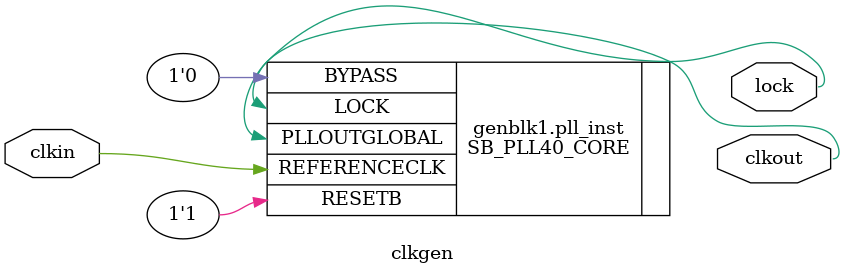
<source format=v>
module clkgen(
	   input clkin,
	   output clkout,
	   output lock
);

   parameter INCLOCK_FREQ = 12000000;
   parameter OUTCLOCK_FREQ = 24000000;

   localparam r_bits = 4;
   localparam f_bits = 7;
   localparam q_bits = 3;

   localparam rfq = compute_divisors(INCLOCK_FREQ, OUTCLOCK_FREQ);
   localparam r = rfq[(q_bits+f_bits) +: r_bits];
   localparam f = rfq[q_bits +: f_bits];
   localparam q = rfq[0 +: q_bits];

   function integer gcd;
      input integer a;
      input integer b;
      integer       t;
      begin
         while (b != 0) begin
            t = b;
            b = a % b;
            a = t;
         end;
         gcd = a;
      end
   endfunction // gcd

   function integer pack_rfq;
      input integer r;
      input integer f;
      input integer q;
      begin
         pack_rfq = {r[0 +: r_bits], f[0 +: f_bits], q[0 +: q_bits]};
      end
   endfunction // pack_rfq

   function integer compute_divisors;
      input integer f_ref;
      input integer f_out;
      integer       g;
      integer       r;
      integer       f;
      integer       q;
      begin
         g = gcd(f_ref, f_out);
         r = f_ref / g;
         f = f_out / g;
	 q = 3;
	 while (q > 0 && f_out > f_ref) begin
	    q = q - 1;
	    f_ref = f_ref * 2;
	 end
	 if (r < 1 || r > 16 || f < 1 || f > 64)
	   compute_divisors = -1;
	 else
           compute_divisors = pack_rfq(r-1, f-1, q);
      end
   endfunction // compute_divisors

   generate
      if (rfq < 0) begin
	 initial $finish;
      end else begin
	 initial $display("r = %d, f = %d, q = %d", r, f, q);

	 SB_PLL40_CORE #(.DIVR(r), .DIVF(f), .DIVQ(q),
			 .FILTER_RANGE(1), .FEEDBACK_PATH("PHASE_AND_DELAY"),
			 .DELAY_ADJUSTMENT_MODE_FEEDBACK("FIXED"),
			 .FELAY_ADJUSTMENT_MODE_RELATIVE("FIXED"),
			 .FDA_FEEDBACK(0), .FDA_RELATIVE(0),
			 .SHIFTREG_DIV_MODE(0), .ENABLE_ICEGATE(0),
			 .PLLOUT_SELECT("SHIFTREG_0deg"))
	 pll_inst(.REFERENCECLK(clkin),
		  .PLLOUTGLOBAL(clkout),
		  .RESETB(1'b1),
		  .BYPASS(1'b0),
		  .LOCK(lock));
      end
   endgenerate

endmodule // clkgen

</source>
